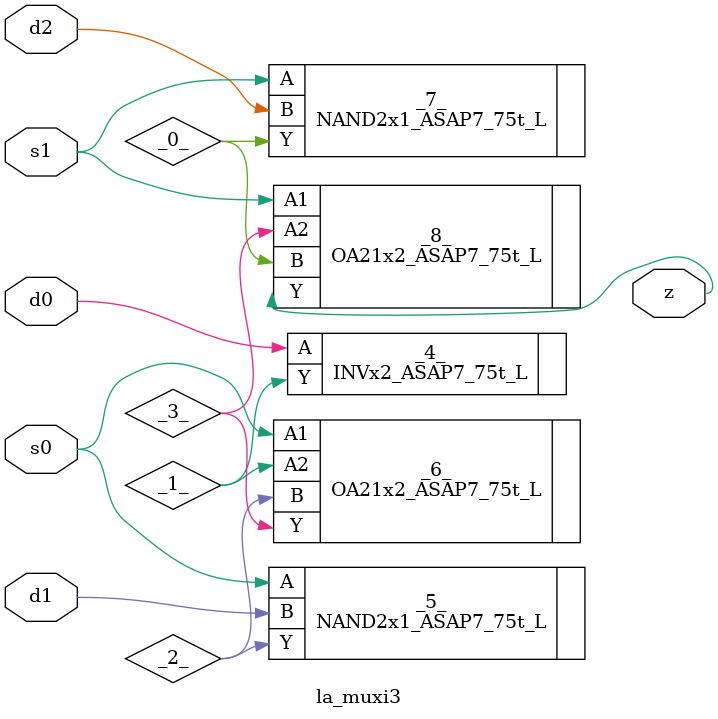
<source format=v>
/* Generated by Yosys 0.37 (git sha1 a5c7f69ed, clang 14.0.0-1ubuntu1.1 -fPIC -Os) */

module la_muxi3(d0, d1, d2, s0, s1, z);
  wire _0_;
  wire _1_;
  wire _2_;
  wire _3_;
  input d0;
  wire d0;
  input d1;
  wire d1;
  input d2;
  wire d2;
  input s0;
  wire s0;
  input s1;
  wire s1;
  output z;
  wire z;
  INVx2_ASAP7_75t_L _4_ (
    .A(d0),
    .Y(_1_)
  );
  NAND2x1_ASAP7_75t_L _5_ (
    .A(s0),
    .B(d1),
    .Y(_2_)
  );
  OA21x2_ASAP7_75t_L _6_ (
    .A1(s0),
    .A2(_1_),
    .B(_2_),
    .Y(_3_)
  );
  NAND2x1_ASAP7_75t_L _7_ (
    .A(s1),
    .B(d2),
    .Y(_0_)
  );
  OA21x2_ASAP7_75t_L _8_ (
    .A1(s1),
    .A2(_3_),
    .B(_0_),
    .Y(z)
  );
endmodule

</source>
